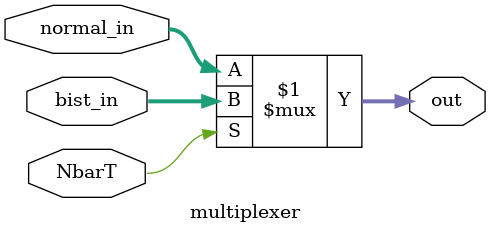
<source format=sv>

module multiplexer #(
    parameter int WIDTH = 8          // bus width; override per instance
)(
    input  logic [WIDTH-1:0] normal_in,  // signal from functional logic
    input  logic [WIDTH-1:0] bist_in,    // signal from MBIST block
    input  logic             NbarT,      // 0 = normal mode, 1 = test mode
    output logic [WIDTH-1:0] out         // selected output
);

    // ---------------------------------------------------------------------
    // Combinational selection
    // ---------------------------------------------------------------------
    assign out = NbarT ? bist_in : normal_in;

endmodule

</source>
